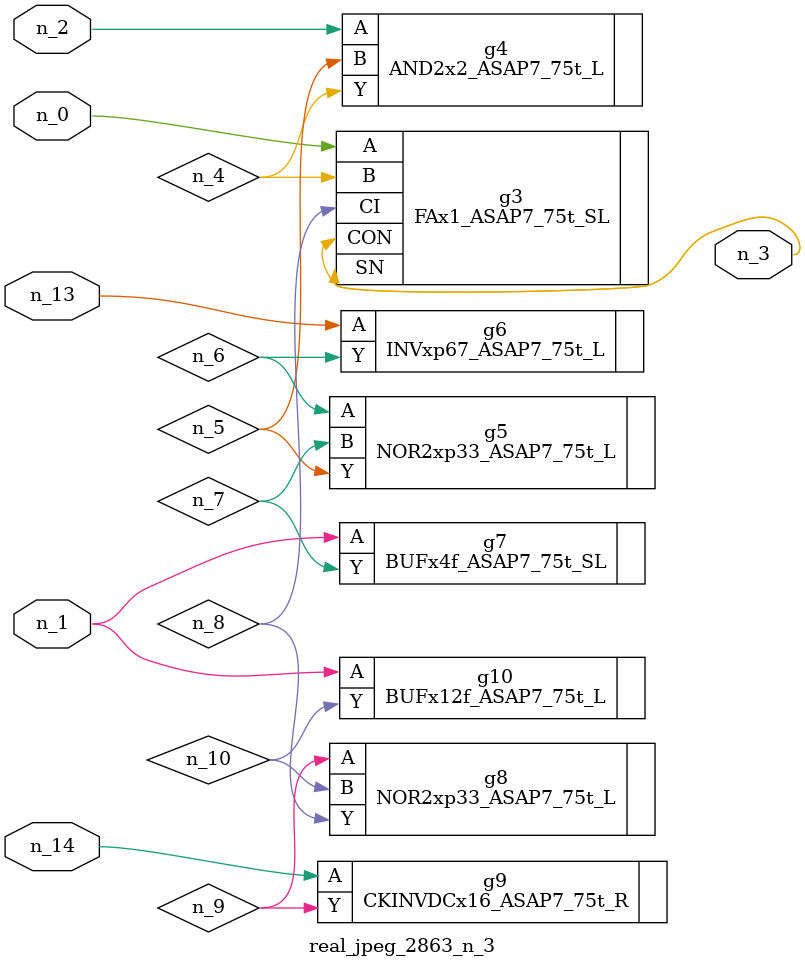
<source format=v>
module real_jpeg_2863_n_3 (n_0, n_1, n_14, n_2, n_13, n_3);

input n_0;
input n_1;
input n_14;
input n_2;
input n_13;

output n_3;

wire n_5;
wire n_8;
wire n_4;
wire n_6;
wire n_7;
wire n_10;
wire n_9;

FAx1_ASAP7_75t_SL g3 ( 
.A(n_0),
.B(n_4),
.CI(n_8),
.CON(n_3),
.SN(n_3)
);

BUFx4f_ASAP7_75t_SL g7 ( 
.A(n_1),
.Y(n_7)
);

BUFx12f_ASAP7_75t_L g10 ( 
.A(n_1),
.Y(n_10)
);

AND2x2_ASAP7_75t_L g4 ( 
.A(n_2),
.B(n_5),
.Y(n_4)
);

NOR2xp33_ASAP7_75t_L g5 ( 
.A(n_6),
.B(n_7),
.Y(n_5)
);

NOR2xp33_ASAP7_75t_L g8 ( 
.A(n_9),
.B(n_10),
.Y(n_8)
);

INVxp67_ASAP7_75t_L g6 ( 
.A(n_13),
.Y(n_6)
);

CKINVDCx16_ASAP7_75t_R g9 ( 
.A(n_14),
.Y(n_9)
);


endmodule
</source>
